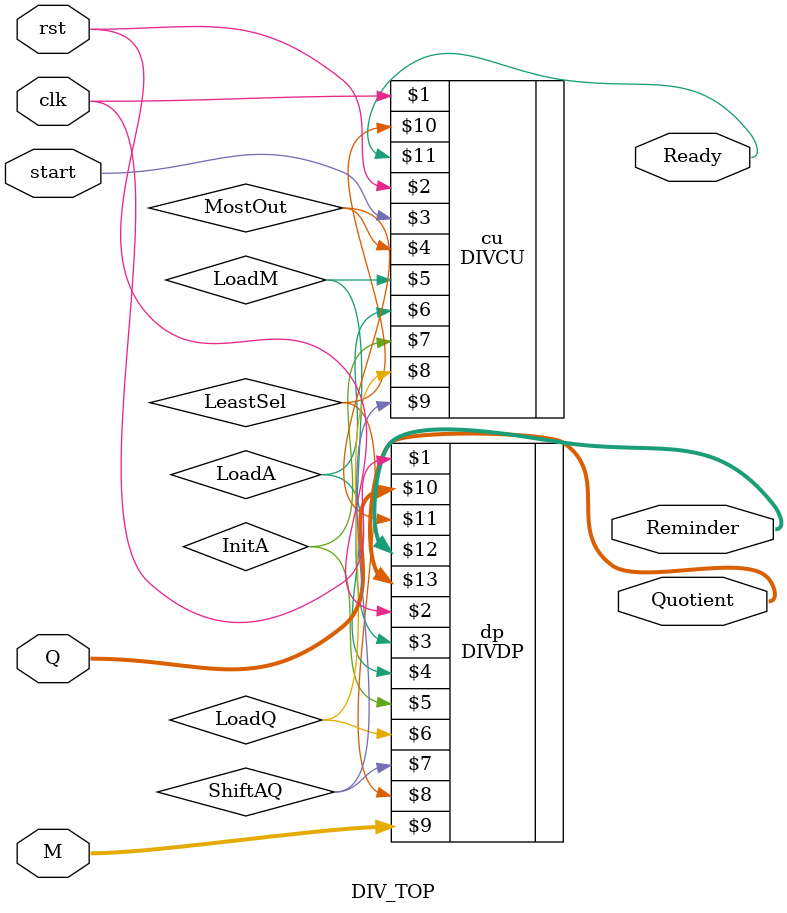
<source format=sv>
module DIV_TOP (input clk, rst, start, input[7:0] M, Q, output[7:0] Quotient, Reminder, output Ready);
	wire LoadM, LoadA, InitA, LoadQ, ShiftAQ, MostOut, LeastSel, ASel;
	
	DIVDP dp(clk, rst, LoadM, LoadA, InitA, LoadQ, ShiftAQ, LeastSel, M, Q, MostOut, Reminder, Quotient);
	DIVCU cu(clk, rst, start, MostOut, LoadM, LoadA, InitA, LoadQ, ShiftAQ, LeastSel, Ready);
	
endmodule

</source>
